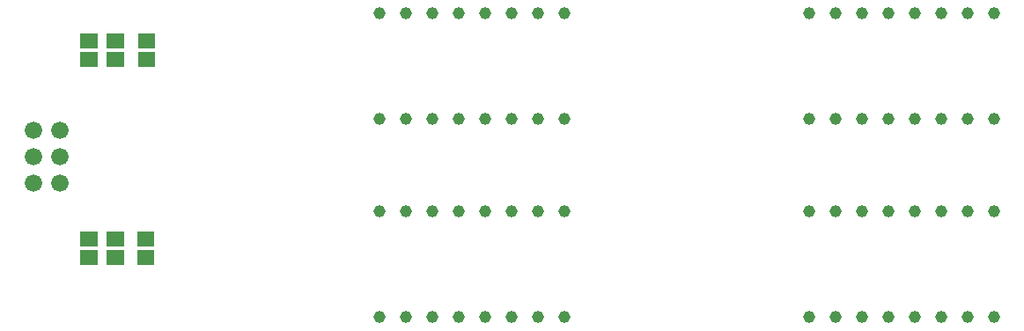
<source format=gts>
G04 start of page 6 for group -4063 idx -4063 *
G04 Title: (unknown), componentmask *
G04 Creator: pcb 1.99z *
G04 CreationDate: Tue 11 Mar 2014 08:59:09 PM GMT UTC *
G04 For: jpuls *
G04 Format: Gerber/RS-274X *
G04 PCB-Dimensions (mil): 4500.00 1560.00 *
G04 PCB-Coordinate-Origin: lower left *
%MOIN*%
%FSLAX25Y25*%
%LNTOPMASK*%
%ADD40R,0.0572X0.0572*%
%ADD39C,0.0660*%
%ADD38C,0.0454*%
G54D38*X305000Y96500D03*
X315000D03*
X325000D03*
X335000D03*
X345000D03*
X355000D03*
X375000Y136500D03*
X365000D03*
X355000D03*
X345000D03*
X335000D03*
X325000D03*
X315000D03*
X305000D03*
X172500Y96500D03*
X182500D03*
X192500D03*
X202500D03*
X142500D03*
X152500D03*
X162500D03*
X212500Y136500D03*
X202500D03*
X192500D03*
X182500D03*
X172500D03*
X162500D03*
X152500D03*
X142500D03*
Y21500D03*
X152500D03*
X162500D03*
X172500D03*
X182500D03*
X192500D03*
X202500D03*
X212500D03*
Y96500D03*
Y61500D03*
X202500D03*
X192500D03*
X182500D03*
X172500D03*
X162500D03*
X152500D03*
X142500D03*
G54D39*X21300Y92300D03*
Y82300D03*
Y72300D03*
X11300Y92300D03*
Y82300D03*
Y72300D03*
G54D38*X305000Y21500D03*
X315000D03*
X325000D03*
X335000D03*
X345000D03*
X355000D03*
X365000D03*
X375000D03*
X365000Y96500D03*
Y61500D03*
X375000Y96500D03*
Y61500D03*
X355000D03*
X345000D03*
X335000D03*
X325000D03*
X315000D03*
X305000D03*
G54D40*X32107Y51086D02*X32893D01*
X32107Y44000D02*X32893D01*
X42107Y51086D02*X42893D01*
X42107Y44000D02*X42893D01*
X53607D02*X54393D01*
X32107Y119000D02*X32893D01*
X32107Y126086D02*X32893D01*
X42107Y119000D02*X42893D01*
X42107Y126086D02*X42893D01*
X53807Y126100D02*X54593D01*
X53807Y119014D02*X54593D01*
X53607Y51086D02*X54393D01*
M02*

</source>
